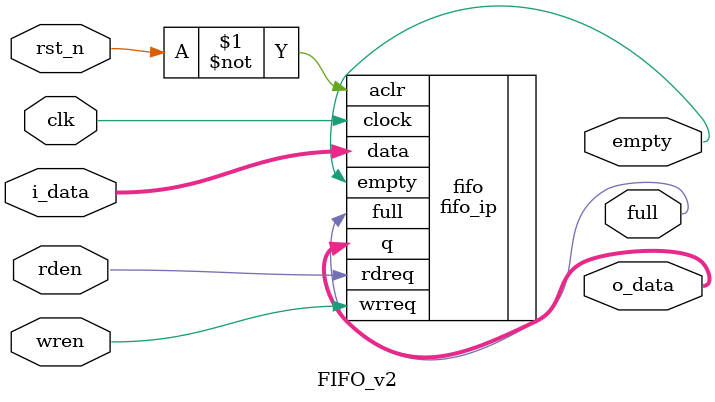
<source format=sv>
module FIFO_v2
#(
  parameter DEPTH=8,
  parameter DATA_WIDTH=8
)
(
  input  clk,
  input  rst_n,
  input  rden,
  input  wren,
  input  [DATA_WIDTH-1:0] i_data,
  output logic [DATA_WIDTH-1:0] o_data,
  output logic full,
  output logic empty
);

  fifo_ip fifo (
    .aclr(~rst_n),
    .clock(clk),
    .data(i_data),
    .rdreq(rden),
    .wrreq(wren),
    .empty(empty),
    .full(full),
    .q(o_data)
  );

endmodule

</source>
